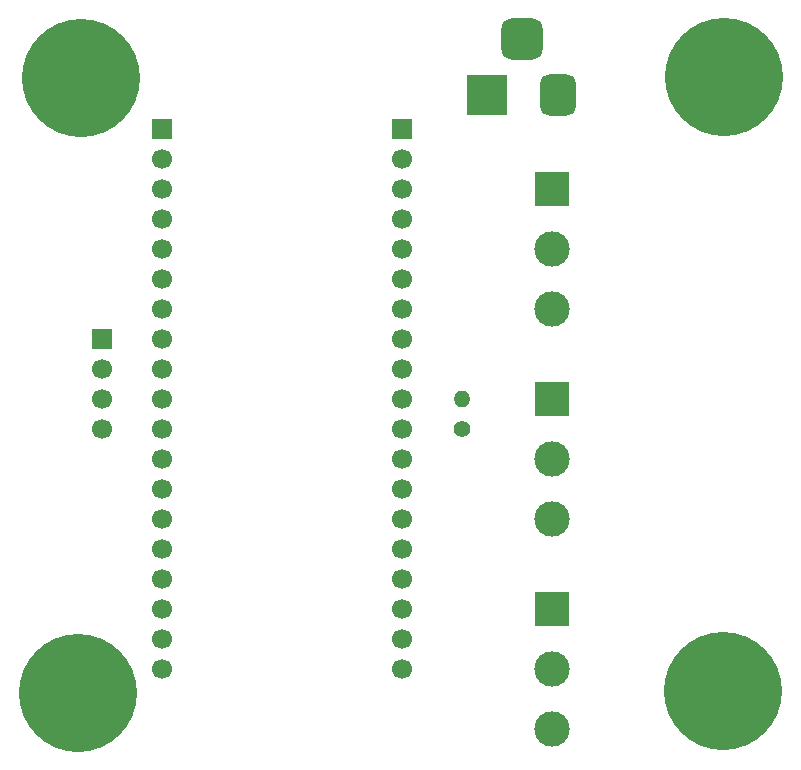
<source format=gbr>
%TF.GenerationSoftware,KiCad,Pcbnew,9.0.1*%
%TF.CreationDate,2025-05-10T14:37:29+02:00*%
%TF.ProjectId,fridge_temp_design,66726964-6765-45f7-9465-6d705f646573,rev?*%
%TF.SameCoordinates,Original*%
%TF.FileFunction,Soldermask,Bot*%
%TF.FilePolarity,Negative*%
%FSLAX46Y46*%
G04 Gerber Fmt 4.6, Leading zero omitted, Abs format (unit mm)*
G04 Created by KiCad (PCBNEW 9.0.1) date 2025-05-10 14:37:29*
%MOMM*%
%LPD*%
G01*
G04 APERTURE LIST*
G04 Aperture macros list*
%AMRoundRect*
0 Rectangle with rounded corners*
0 $1 Rounding radius*
0 $2 $3 $4 $5 $6 $7 $8 $9 X,Y pos of 4 corners*
0 Add a 4 corners polygon primitive as box body*
4,1,4,$2,$3,$4,$5,$6,$7,$8,$9,$2,$3,0*
0 Add four circle primitives for the rounded corners*
1,1,$1+$1,$2,$3*
1,1,$1+$1,$4,$5*
1,1,$1+$1,$6,$7*
1,1,$1+$1,$8,$9*
0 Add four rect primitives between the rounded corners*
20,1,$1+$1,$2,$3,$4,$5,0*
20,1,$1+$1,$4,$5,$6,$7,0*
20,1,$1+$1,$6,$7,$8,$9,0*
20,1,$1+$1,$8,$9,$2,$3,0*%
G04 Aperture macros list end*
%ADD10C,1.700000*%
%ADD11R,1.700000X1.700000*%
%ADD12C,10.000000*%
%ADD13O,1.400000X1.400000*%
%ADD14C,1.400000*%
%ADD15R,3.000000X3.000000*%
%ADD16C,3.000000*%
%ADD17R,3.500000X3.500000*%
%ADD18RoundRect,0.750000X0.750000X1.000000X-0.750000X1.000000X-0.750000X-1.000000X0.750000X-1.000000X0*%
%ADD19RoundRect,0.875000X0.875000X0.875000X-0.875000X0.875000X-0.875000X-0.875000X0.875000X-0.875000X0*%
G04 APERTURE END LIST*
D10*
%TO.C,J7*%
X129540000Y-91440000D03*
X129540000Y-88900000D03*
X129540000Y-86360000D03*
D11*
X129540000Y-83820000D03*
%TD*%
D12*
%TO.C,Bottom_Left*%
X127510000Y-113740000D03*
%TD*%
%TO.C,Bottom_Right*%
X182130000Y-113640000D03*
%TD*%
%TO.C,Top_Right*%
X182150000Y-61620000D03*
%TD*%
%TO.C,Top_Left*%
X127720000Y-61700000D03*
%TD*%
D13*
%TO.C,R1*%
X160020000Y-88900000D03*
D14*
X160020000Y-91440000D03*
%TD*%
D15*
%TO.C,J4*%
X167640000Y-88900000D03*
D16*
X167640000Y-93980000D03*
X167640000Y-99060000D03*
%TD*%
D15*
%TO.C,J5*%
X167640000Y-106680000D03*
D16*
X167640000Y-111760000D03*
X167640000Y-116840000D03*
%TD*%
D15*
%TO.C,J3*%
X167640000Y-71120000D03*
D16*
X167640000Y-76200000D03*
X167640000Y-81280000D03*
%TD*%
D11*
%TO.C,J2*%
X134620000Y-66040000D03*
D10*
X134620000Y-68580000D03*
X134620000Y-71120000D03*
X134620000Y-73660000D03*
X134620000Y-76200000D03*
X134620000Y-78740000D03*
X134620000Y-81280000D03*
X134620000Y-83820000D03*
X134620000Y-86360000D03*
X134620000Y-88900000D03*
X134620000Y-91440000D03*
X134620000Y-93980000D03*
X134620000Y-96520000D03*
X134620000Y-99060000D03*
X134620000Y-101600000D03*
X134620000Y-104140000D03*
X134620000Y-106680000D03*
X134620000Y-109220000D03*
X134620000Y-111760000D03*
%TD*%
D11*
%TO.C,J1*%
X154940000Y-66040000D03*
D10*
X154940000Y-68580000D03*
X154940000Y-71120000D03*
X154940000Y-73660000D03*
X154940000Y-76200000D03*
X154940000Y-78740000D03*
X154940000Y-81280000D03*
X154940000Y-83820000D03*
X154940000Y-86360000D03*
X154940000Y-88900000D03*
X154940000Y-91440000D03*
X154940000Y-93980000D03*
X154940000Y-96520000D03*
X154940000Y-99060000D03*
X154940000Y-101600000D03*
X154940000Y-104140000D03*
X154940000Y-106680000D03*
X154940000Y-109220000D03*
X154940000Y-111760000D03*
%TD*%
D17*
%TO.C,J6*%
X162100000Y-63120000D03*
D18*
X168100000Y-63120000D03*
D19*
X165100000Y-58420000D03*
%TD*%
M02*

</source>
